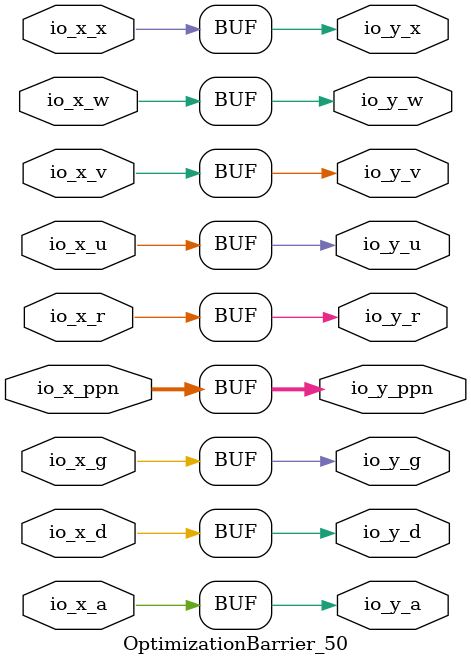
<source format=sv>
`ifndef RANDOMIZE
  `ifdef RANDOMIZE_REG_INIT
    `define RANDOMIZE
  `endif // RANDOMIZE_REG_INIT
`endif // not def RANDOMIZE
`ifndef RANDOMIZE
  `ifdef RANDOMIZE_MEM_INIT
    `define RANDOMIZE
  `endif // RANDOMIZE_MEM_INIT
`endif // not def RANDOMIZE

`ifndef RANDOM
  `define RANDOM $random
`endif // not def RANDOM

// Users can define 'PRINTF_COND' to add an extra gate to prints.
`ifndef PRINTF_COND_
  `ifdef PRINTF_COND
    `define PRINTF_COND_ (`PRINTF_COND)
  `else  // PRINTF_COND
    `define PRINTF_COND_ 1
  `endif // PRINTF_COND
`endif // not def PRINTF_COND_

// Users can define 'ASSERT_VERBOSE_COND' to add an extra gate to assert error printing.
`ifndef ASSERT_VERBOSE_COND_
  `ifdef ASSERT_VERBOSE_COND
    `define ASSERT_VERBOSE_COND_ (`ASSERT_VERBOSE_COND)
  `else  // ASSERT_VERBOSE_COND
    `define ASSERT_VERBOSE_COND_ 1
  `endif // ASSERT_VERBOSE_COND
`endif // not def ASSERT_VERBOSE_COND_

// Users can define 'STOP_COND' to add an extra gate to stop conditions.
`ifndef STOP_COND_
  `ifdef STOP_COND
    `define STOP_COND_ (`STOP_COND)
  `else  // STOP_COND
    `define STOP_COND_ 1
  `endif // STOP_COND
`endif // not def STOP_COND_

// Users can define INIT_RANDOM as general code that gets injected into the
// initializer block for modules with registers.
`ifndef INIT_RANDOM
  `define INIT_RANDOM
`endif // not def INIT_RANDOM

// If using random initialization, you can also define RANDOMIZE_DELAY to
// customize the delay used, otherwise 0.002 is used.
`ifndef RANDOMIZE_DELAY
  `define RANDOMIZE_DELAY 0.002
`endif // not def RANDOMIZE_DELAY

// Define INIT_RANDOM_PROLOG_ for use in our modules below.
`ifndef INIT_RANDOM_PROLOG_
  `ifdef RANDOMIZE
    `ifdef VERILATOR
      `define INIT_RANDOM_PROLOG_ `INIT_RANDOM
    `else  // VERILATOR
      `define INIT_RANDOM_PROLOG_ `INIT_RANDOM #`RANDOMIZE_DELAY begin end
    `endif // VERILATOR
  `else  // RANDOMIZE
    `define INIT_RANDOM_PROLOG_
  `endif // RANDOMIZE
`endif // not def INIT_RANDOM_PROLOG_

module OptimizationBarrier_50(
  input  [43:0] io_x_ppn,
  input         io_x_d,
                io_x_a,
                io_x_g,
                io_x_u,
                io_x_x,
                io_x_w,
                io_x_r,
                io_x_v,
  output [43:0] io_y_ppn,
  output        io_y_d,
                io_y_a,
                io_y_g,
                io_y_u,
                io_y_x,
                io_y_w,
                io_y_r,
                io_y_v
);

  assign io_y_ppn = io_x_ppn;
  assign io_y_d = io_x_d;
  assign io_y_a = io_x_a;
  assign io_y_g = io_x_g;
  assign io_y_u = io_x_u;
  assign io_y_x = io_x_x;
  assign io_y_w = io_x_w;
  assign io_y_r = io_x_r;
  assign io_y_v = io_x_v;
endmodule


</source>
